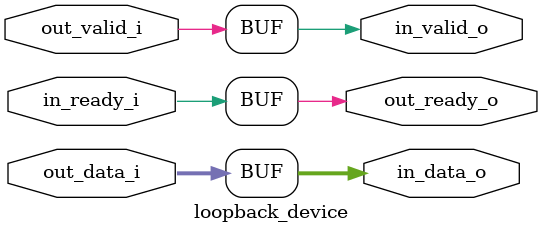
<source format=v>

module loopback_device (
   // ---- to/from USB_CDC ------------------------------------------
   output wire [7:0] in_data_o,
   output wire   in_valid_o,
   // While in_valid_o is high, in_data_o shall be valid.
   input wire   in_ready_i,
   // When both in_ready_i and in_valid_o are high, in_data_o shall
   //   be consumed.
   input wire [7:0]  out_data_i,
   input wire        out_valid_i,
   // While out_valid_i is high, the out_data_i shall be valid and both
   //   out_valid_i and out_data_i shall not change until consumed.
   output wire       out_ready_o
   // When both out_valid_i and out_ready_o are high, the out_data_i shall
   //   be consumed.
);

assign out_ready_o = in_ready_i;
assign in_valid_o = out_valid_i;
assign in_data_o = out_data_i;



endmodule

</source>
